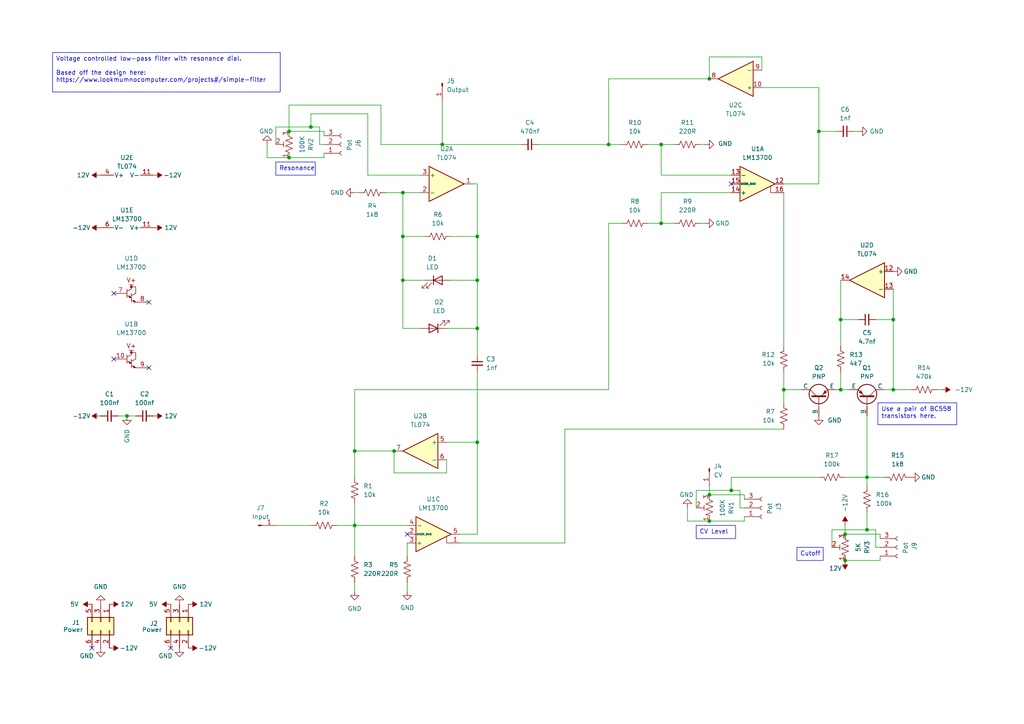
<source format=kicad_sch>
(kicad_sch (version 20250114) (generator "eeschema") (generator_version "9.0")
  (paper "A4")
  (lib_symbols
    (symbol "Amplifier_Operational:LM13700" (pin_names (offset 0.127))
      (property "Reference" "U" (at 3.81 5.08 0))
      (property "Value" "LM13700" (at 5.08 -5.08 0))
      (symbol "LM13700_1_1"
        (polyline (pts (xy 3.81 -0.635) (xy 3.81 -2.54) (xy 5.08 -2.54)))
        (polyline (pts (xy 5.08 0) (xy -5.08 -5.08) (xy -5.08 5.08) (xy 5.08 0)) (stroke (width 0.254)) (fill (type background)))
        (pin input line (at -7.62 2.54 0) (length 2.54) (name "-") (number "13"))
        (pin input line (at -7.62 0 0) (length 2.54) (name "DIODE_BIAS") (number "15"))
        (pin input line (at -7.62 -2.54 0) (length 2.54) (name "+") (number "14"))
        (pin output line (at 7.62 0 180) (length 2.54) (name "~") (number "12"))
        (pin input line (at 7.62 -2.54 180) (length 2.54) (name "~") (number "16"))
      )
      (symbol "LM13700_2_0"
        (polyline (pts (xy -1.905 2.54) (xy -3.175 2.54)))
      )
      (symbol "LM13700_2_1"
        (polyline (pts (xy -3.81 1.27) (xy -3.81 -1.27)))
        (polyline (pts (xy -3.81 0.635) (xy -2.54 1.27) (xy -2.54 1.905) (xy -2.54 2.54)))
        (polyline (pts (xy -3.81 -0.635) (xy -2.54 -1.27)))
        (circle (center -2.54 1.905) (radius 0.254) (stroke (width 0.254)) (fill (type outline)))
        (polyline (pts (xy -2.54 0) (xy -2.54 -2.54)))
        (polyline (pts (xy -2.54 -0.635) (xy -1.27 0) (xy -1.27 1.905) (xy -2.54 1.905)))
        (polyline (pts (xy -2.54 -1.27) (xy -3.175 -0.635) (xy -3.175 -1.27) (xy -2.54 -1.27)) (fill (type outline)))
        (polyline (pts (xy -2.54 -1.905) (xy -1.27 -2.54)))
        (polyline (pts (xy -1.27 -2.54) (xy -1.905 -1.905) (xy -1.905 -2.54) (xy -1.27 -2.54)) (fill (type outline)))
        (text "V+" (at -2.54 3.81 0) (effects (font (size 1.27 1.27))))
        (pin input line (at -7.62 0 0) (length 3.81) (name "~") (number "10"))
        (pin output line (at 2.54 -2.54 180) (length 3.81) (name "~") (number "9"))
      )
      (symbol "LM13700_3_1"
        (polyline (pts (xy 3.81 -0.635) (xy 3.81 -2.54) (xy 5.08 -2.54)))
        (polyline (pts (xy 5.08 0) (xy -5.08 -5.08) (xy -5.08 5.08) (xy 5.08 0)) (stroke (width 0.254)) (fill (type background)))
        (pin input line (at -7.62 2.54 0) (length 2.54) (name "-") (number "4"))
        (pin input line (at -7.62 0 0) (length 2.54) (name "DIODE_BIAS") (number "2"))
        (pin input line (at -7.62 -2.54 0) (length 2.54) (name "+") (number "3"))
        (pin output line (at 7.62 0 180) (length 2.54) (name "~") (number "5"))
        (pin input line (at 7.62 -2.54 180) (length 2.54) (name "~") (number "1"))
      )
      (symbol "LM13700_4_0"
        (polyline (pts (xy -3.175 2.54) (xy -1.905 2.54)))
        (text "V+" (at -2.54 3.81 0) (effects (font (size 1.27 1.27))))
      )
      (symbol "LM13700_4_1"
        (polyline (pts (xy -3.81 1.27) (xy -3.81 -1.27)))
        (polyline (pts (xy -3.81 0.635) (xy -2.54 1.27) (xy -2.54 2.54)))
        (polyline (pts (xy -3.81 -0.635) (xy -2.54 -1.27)))
        (circle (center -2.54 1.905) (radius 0.254) (stroke (width 0.254)) (fill (type outline)))
        (polyline (pts (xy -2.54 0) (xy -2.54 -2.54)))
        (polyline (pts (xy -2.54 -0.635) (xy -1.27 0) (xy -1.27 1.905) (xy -2.54 1.905)))
        (polyline (pts (xy -2.54 -1.27) (xy -3.175 -0.635) (xy -3.175 -1.27) (xy -2.54 -1.27)) (fill (type outline)))
        (polyline (pts (xy -2.54 -1.905) (xy -1.27 -2.54)))
        (polyline (pts (xy -1.27 -2.54) (xy -1.905 -1.905) (xy -1.905 -2.54) (xy -1.27 -2.54)) (fill (type outline)))
        (pin input line (at -7.62 0 0) (length 3.81) (name "~") (number "7"))
        (pin output line (at 2.54 -2.54 180) (length 3.81) (name "~") (number "8"))
      )
      (symbol "LM13700_5_1"
        (pin power_in line (at -2.54 7.62 270) (length 3.81) (name "V+") (number "11"))
        (pin power_in line (at -2.54 -7.62 90) (length 3.81) (name "V-") (number "6"))
      )
    )
    (symbol "Amplifier_Operational:TL074" (pin_names (offset 0.127))
      (property "Reference" "U" (at 0 5.08 0))
      (property "Value" "TL074" (at 0 -5.08 0))
      (symbol "TL074_1_1"
        (polyline (pts (xy -5.08 5.08) (xy 5.08 0) (xy -5.08 -5.08) (xy -5.08 5.08)) (stroke (width 0.254)) (fill (type background)))
        (pin input line (at -7.62 2.54 0) (length 2.54) (name "+") (number "3"))
        (pin input line (at -7.62 -2.54 0) (length 2.54) (name "-") (number "2"))
        (pin output line (at 7.62 0 180) (length 2.54) (name "~") (number "1"))
      )
      (symbol "TL074_2_1"
        (polyline (pts (xy -5.08 5.08) (xy 5.08 0) (xy -5.08 -5.08) (xy -5.08 5.08)) (stroke (width 0.254)) (fill (type background)))
        (pin input line (at -7.62 2.54 0) (length 2.54) (name "+") (number "5"))
        (pin input line (at -7.62 -2.54 0) (length 2.54) (name "-") (number "6"))
        (pin output line (at 7.62 0 180) (length 2.54) (name "~") (number "7"))
      )
      (symbol "TL074_3_1"
        (polyline (pts (xy -5.08 5.08) (xy 5.08 0) (xy -5.08 -5.08) (xy -5.08 5.08)) (stroke (width 0.254)) (fill (type background)))
        (pin input line (at -7.62 2.54 0) (length 2.54) (name "+") (number "10"))
        (pin input line (at -7.62 -2.54 0) (length 2.54) (name "-") (number "9"))
        (pin output line (at 7.62 0 180) (length 2.54) (name "~") (number "8"))
      )
      (symbol "TL074_4_1"
        (polyline (pts (xy -5.08 5.08) (xy 5.08 0) (xy -5.08 -5.08) (xy -5.08 5.08)) (stroke (width 0.254)) (fill (type background)))
        (pin input line (at -7.62 2.54 0) (length 2.54) (name "+") (number "12"))
        (pin input line (at -7.62 -2.54 0) (length 2.54) (name "-") (number "13"))
        (pin output line (at 7.62 0 180) (length 2.54) (name "~") (number "14"))
      )
      (symbol "TL074_5_1"
        (pin power_in line (at -2.54 7.62 270) (length 3.81) (name "V+") (number "4"))
        (pin power_in line (at -2.54 -7.62 90) (length 3.81) (name "V-") (number "11"))
      )
    )
    (symbol "Connector:Conn_01x01_Pin" (pin_names (offset 1.016) (hide yes))
      (property "Reference" "J" (at 0 2.54 0))
      (property "Value" "Conn_01x01_Pin" (at 0 -2.54 0))
      (symbol "Conn_01x01_Pin_1_1"
        (rectangle (start 0.8636 0.127) (end 0 -0.127) (stroke (width 0.1524)) (fill (type outline)))
        (polyline (pts (xy 1.27 0) (xy 0.8636 0)) (stroke (width 0.1524)))
        (pin passive line (at 5.08 0 180) (length 3.81) (name "Pin_1") (number "1"))
      )
    )
    (symbol "Connector:Conn_01x03_Socket" (pin_names (offset 1.016) (hide yes))
      (property "Reference" "J" (at 0 5.08 0))
      (property "Value" "Conn_01x03_Socket" (at 0 -5.08 0))
      (symbol "Conn_01x03_Socket_1_1"
        (polyline (pts (xy -1.27 2.54) (xy -0.508 2.54)) (stroke (width 0.1524)))
        (polyline (pts (xy -1.27 0) (xy -0.508 0)) (stroke (width 0.1524)))
        (polyline (pts (xy -1.27 -2.54) (xy -0.508 -2.54)) (stroke (width 0.1524)))
        (arc (start 0 2.032) (mid -0.5058 2.54) (end 0 3.048) (stroke (width 0.1524)))
        (arc (start 0 -0.508) (mid -0.5058 0) (end 0 0.508) (stroke (width 0.1524)))
        (arc (start 0 -3.048) (mid -0.5058 -2.54) (end 0 -2.032) (stroke (width 0.1524)))
        (pin passive line (at -5.08 2.54 0) (length 3.81) (name "Pin_1") (number "1"))
        (pin passive line (at -5.08 0 0) (length 3.81) (name "Pin_2") (number "2"))
        (pin passive line (at -5.08 -2.54 0) (length 3.81) (name "Pin_3") (number "3"))
      )
    )
    (symbol "Connector_Generic:Conn_02x03_Odd_Even" (pin_names (offset 1.016) (hide yes))
      (property "Reference" "J" (at 1.27 5.08 0))
      (property "Value" "Conn_02x03_Odd_Even" (at 1.27 -5.08 0))
      (symbol "Conn_02x03_Odd_Even_1_1"
        (rectangle (start -1.27 3.81) (end 3.81 -3.81) (stroke (width 0.254)) (fill (type background)))
        (rectangle (start -1.27 2.667) (end 0 2.413) (stroke (width 0.1524)))
        (rectangle (start -1.27 0.127) (end 0 -0.127) (stroke (width 0.1524)))
        (rectangle (start -1.27 -2.413) (end 0 -2.667) (stroke (width 0.1524)))
        (rectangle (start 3.81 2.667) (end 2.54 2.413) (stroke (width 0.1524)))
        (rectangle (start 3.81 0.127) (end 2.54 -0.127) (stroke (width 0.1524)))
        (rectangle (start 3.81 -2.413) (end 2.54 -2.667) (stroke (width 0.1524)))
        (pin passive line (at -5.08 2.54 0) (length 3.81) (name "Pin_1") (number "1"))
        (pin passive line (at -5.08 0 0) (length 3.81) (name "Pin_3") (number "3"))
        (pin passive line (at -5.08 -2.54 0) (length 3.81) (name "Pin_5") (number "5"))
        (pin passive line (at 7.62 2.54 180) (length 3.81) (name "Pin_2") (number "2"))
        (pin passive line (at 7.62 0 180) (length 3.81) (name "Pin_4") (number "4"))
        (pin passive line (at 7.62 -2.54 180) (length 3.81) (name "Pin_6") (number "6"))
      )
    )
    (symbol "Device:C_Small" (pin_numbers (hide yes)) (pin_names (offset 0.254) (hide yes))
      (property "Reference" "C" (at 0.254 1.778 0))
      (property "Value" "C_Small" (at 0.254 -2.032 0))
      (symbol "C_Small_0_1"
        (polyline (pts (xy -1.524 0.508) (xy 1.524 0.508)) (stroke (width 0.3048)))
        (polyline (pts (xy -1.524 -0.508) (xy 1.524 -0.508)) (stroke (width 0.3302)))
      )
      (symbol "C_Small_1_1"
        (pin passive line (at 0 2.54 270) (length 2.032) (name "~") (number "1"))
        (pin passive line (at 0 -2.54 90) (length 2.032) (name "~") (number "2"))
      )
    )
    (symbol "Device:LED" (pin_numbers (hide yes)) (pin_names (offset 1.016) (hide yes))
      (property "Reference" "D" (at 0 2.54 0))
      (property "Value" "LED" (at 0 -2.54 0))
      (symbol "LED_0_1"
        (polyline (pts (xy -3.048 -0.762) (xy -4.572 -2.286) (xy -3.81 -2.286) (xy -4.572 -2.286) (xy -4.572 -1.524)))
        (polyline (pts (xy -1.778 -0.762) (xy -3.302 -2.286) (xy -2.54 -2.286) (xy -3.302 -2.286) (xy -3.302 -1.524)))
        (polyline (pts (xy -1.27 0) (xy 1.27 0)))
        (polyline (pts (xy -1.27 -1.27) (xy -1.27 1.27)) (stroke (width 0.254)))
        (polyline (pts (xy 1.27 -1.27) (xy 1.27 1.27) (xy -1.27 0) (xy 1.27 -1.27)) (stroke (width 0.254)))
      )
      (symbol "LED_1_1"
        (pin passive line (at -3.81 0 0) (length 2.54) (name "K") (number "1"))
        (pin passive line (at 3.81 0 180) (length 2.54) (name "A") (number "2"))
      )
    )
    (symbol "Device:R_Potentiometer_Trim_US" (pin_names (offset 1.016) (hide yes))
      (property "Reference" "RV" (at -4.445 0 90))
      (property "Value" "R_Potentiometer_Trim_US" (at -2.54 0 90))
      (symbol "R_Potentiometer_Trim_US_0_1"
        (polyline (pts (xy 0 2.286) (xy 0 2.54)))
        (polyline (pts (xy 0 2.286) (xy 1.016 1.905) (xy 0 1.524) (xy -1.016 1.143) (xy 0 0.762)))
        (polyline (pts (xy 0 0.762) (xy 1.016 0.381) (xy 0 0) (xy -1.016 -0.381) (xy 0 -0.762)))
        (polyline (pts (xy 0 -0.762) (xy 1.016 -1.143) (xy 0 -1.524) (xy -1.016 -1.905) (xy 0 -2.286)))
        (polyline (pts (xy 0 -2.286) (xy 0 -2.54)))
        (polyline (pts (xy 1.524 0.762) (xy 1.524 -0.762)))
        (polyline (pts (xy 2.54 0) (xy 1.524 0)))
      )
      (symbol "R_Potentiometer_Trim_US_1_1"
        (pin passive line (at 0 3.81 270) (length 1.27) (name "1") (number "1"))
        (pin passive line (at 0 -3.81 90) (length 1.27) (name "3") (number "3"))
        (pin passive line (at 3.81 0 180) (length 1.27) (name "2") (number "2"))
      )
    )
    (symbol "Device:R_US" (pin_numbers (hide yes)) (pin_names (offset 0))
      (property "Reference" "R" (at 2.54 0 90))
      (property "Value" "R_US" (at -2.54 0 90))
      (symbol "R_US_0_1"
        (polyline (pts (xy 0 2.286) (xy 0 2.54)))
        (polyline (pts (xy 0 2.286) (xy 1.016 1.905) (xy 0 1.524) (xy -1.016 1.143) (xy 0 0.762)))
        (polyline (pts (xy 0 0.762) (xy 1.016 0.381) (xy 0 0) (xy -1.016 -0.381) (xy 0 -0.762)))
        (polyline (pts (xy 0 -0.762) (xy 1.016 -1.143) (xy 0 -1.524) (xy -1.016 -1.905) (xy 0 -2.286)))
        (polyline (pts (xy 0 -2.286) (xy 0 -2.54)))
      )
      (symbol "R_US_1_1"
        (pin passive line (at 0 3.81 270) (length 1.27) (name "~") (number "1"))
        (pin passive line (at 0 -3.81 90) (length 1.27) (name "~") (number "2"))
      )
    )
    (symbol "Simulation_SPICE:PNP" (pin_numbers (hide yes)) (pin_names (offset 0))
      (property "Reference" "Q" (at -2.54 7.62 0))
      (property "Value" "PNP" (at -2.54 5.08 0))
      (symbol "PNP_0_1"
        (polyline (pts (xy -2.54 0) (xy 0.635 0)) (stroke (width 0.1524)))
        (polyline (pts (xy 0.635 1.905) (xy 0.635 -1.905) (xy 0.635 -1.905)) (stroke (width 0.508)))
        (polyline (pts (xy 0.635 0.635) (xy 2.54 2.54)))
        (polyline (pts (xy 0.635 -0.635) (xy 2.54 -2.54) (xy 2.54 -2.54)))
        (circle (center 1.27 0) (radius 2.8194) (stroke (width 0.254)))
        (polyline (pts (xy 2.286 -1.778) (xy 1.778 -2.286) (xy 1.27 -1.27) (xy 2.286 -1.778) (xy 2.286 -1.778)) (fill (type outline)))
      )
      (symbol "PNP_1_1"
        (pin input line (at -5.08 0 0) (length 2.54) (name "B") (number "2"))
        (pin open_collector line (at 2.54 5.08 270) (length 2.54) (name "C") (number "1"))
        (pin open_emitter line (at 2.54 -5.08 90) (length 2.54) (name "E") (number "3"))
      )
    )
    (symbol "power:-12V" (power) (pin_names (offset 0))
      (property "Value" "-12V" (at 0 3.81 0))
      (symbol "-12V_0_0"
        (pin power_in line (at 0 0 90) (length 0) (hide yes) (name "-12V") (number "1"))
      )
      (symbol "-12V_0_1"
        (polyline (pts (xy 0 0) (xy 0 1.27) (xy 0.762 1.27) (xy 0 2.54) (xy -0.762 1.27) (xy 0 1.27)) (fill (type outline)))
      )
    )
    (symbol "power:GND" (power) (pin_names (offset 0))
      (property "Value" "GND" (at 0 -3.81 0))
      (symbol "GND_0_1"
        (polyline (pts (xy 0 0) (xy 0 -1.27) (xy 1.27 -1.27) (xy 0 -2.54) (xy -1.27 -1.27) (xy 0 -1.27)))
      )
      (symbol "GND_1_1"
        (pin power_in line (at 0 0 270) (length 0) (hide yes) (name "GND") (number "1"))
      )
    )
  )
  (text_box "Resonance" (at 80.01 46.99 0) (size 11.43 3.81) (margins 0.9525 0.9525 0.9525 0.9525) (effects (font (size 1.27 1.27)) (justify left top)))
  (text_box "CV Level" (at 201.93 152.4 0) (size 11.43 3.81) (margins 0.9525 0.9525 0.9525 0.9525) (effects (font (size 1.27 1.27)) (justify left top)))
  (text_box "Use a pair of BC558 transistors here." (at 254.635 116.84 0) (size 22.86 6.35) (margins 0.9525 0.9525 0.9525 0.9525) (effects (font (size 1.27 1.27)) (justify left top)))
  (text_box "Cutoff" (at 231.14 158.75 0) (size 7.62 3.81) (margins 0.9525 0.9525 0.9525 0.9525) (effects (font (size 1.27 1.27)) (justify left top)))
  (text_box "Voltage controlled low-pass filter with resonance dial.\n\nBased off the design here: https://www.lookmumnocomputer.com/projects#/simple-filter" (at 15.24 15.24 0) (size 66.04 11.43) (margins 0.9525 0.9525 0.9525 0.9525) (effects (font (size 1.27 1.27)) (justify left top)))
  (junction (at 116.84 68.58))
  (junction (at 205.74 143.51))
  (junction (at 138.43 81.28))
  (junction (at 128.27 41.91))
  (junction (at 176.53 41.91))
  (junction (at 259.08 92.71))
  (junction (at 191.77 64.77))
  (junction (at 259.08 113.03))
  (junction (at 237.49 38.1))
  (junction (at 90.17 36.83))
  (junction (at 138.43 68.58))
  (junction (at 227.33 113.03))
  (junction (at 245.11 162.56))
  (junction (at 212.09 142.24))
  (junction (at 138.43 128.27))
  (junction (at 102.87 130.81))
  (junction (at 83.82 38.1))
  (junction (at 191.77 41.91))
  (junction (at 243.84 92.71))
  (junction (at 116.84 81.28))
  (junction (at 102.87 152.4))
  (junction (at 138.43 95.25))
  (junction (at 205.74 22.86))
  (junction (at 36.83 120.65))
  (junction (at 243.84 113.03))
  (junction (at 83.82 45.72))
  (junction (at 251.46 153.67))
  (junction (at 114.3 130.81))
  (junction (at 251.46 138.43))
  (junction (at 116.84 55.88))
  (junction (at 245.11 154.94))
  (junction (at 205.74 151.13))
  (no_connect (at 212.09 53.34))
  (no_connect (at 33.02 104.14))
  (no_connect (at 33.02 85.09))
  (no_connect (at 49.53 187.96))
  (no_connect (at 118.11 154.94))
  (no_connect (at 43.18 106.68))
  (no_connect (at 26.67 187.96))
  (no_connect (at 43.18 87.63))
  (wire (pts (xy 102.87 113.03) (xy 176.53 113.03)))
  (wire (pts (xy 246.38 113.03) (xy 243.84 113.03)))
  (wire (pts (xy 251.46 138.43) (xy 256.54 138.43)))
  (wire (pts (xy 137.16 53.34) (xy 138.43 53.34)))
  (wire (pts (xy 93.98 45.72) (xy 93.98 44.45)))
  (wire (pts (xy 191.77 55.88) (xy 191.77 64.77)))
  (wire (pts (xy 241.3 153.67) (xy 251.46 153.67)))
  (wire (pts (xy 254 92.71) (xy 259.08 92.71)))
  (wire (pts (xy 106.68 50.8) (xy 121.92 50.8)))
  (wire (pts (xy 116.84 68.58) (xy 123.19 68.58)))
  (wire (pts (xy 176.53 64.77) (xy 176.53 113.03)))
  (wire (pts (xy 83.82 30.48) (xy 83.82 38.1)))
  (wire (pts (xy 255.27 154.94) (xy 255.27 156.21)))
  (wire (pts (xy 212.09 138.43) (xy 212.09 142.24)))
  (wire (pts (xy 191.77 50.8) (xy 212.09 50.8)))
  (wire (pts (xy 176.53 41.91) (xy 180.34 41.91)))
  (wire (pts (xy 215.9 151.13) (xy 215.9 149.86)))
  (wire (pts (xy 92.71 41.91) (xy 93.98 41.91)))
  (wire (pts (xy 130.81 68.58) (xy 138.43 68.58)))
  (wire (pts (xy 255.27 162.56) (xy 255.27 161.29)))
  (wire (pts (xy 264.16 113.03) (xy 259.08 113.03)))
  (wire (pts (xy 83.82 38.1) (xy 93.98 38.1)))
  (wire (pts (xy 214.63 147.32) (xy 215.9 147.32)))
  (wire (pts (xy 163.83 124.46) (xy 227.33 124.46)))
  (wire (pts (xy 227.33 113.03) (xy 227.33 116.84)))
  (wire (pts (xy 271.78 113.03) (xy 273.05 113.03)))
  (wire (pts (xy 259.08 92.71) (xy 259.08 113.03)))
  (wire (pts (xy 110.49 41.91) (xy 110.49 30.48)))
  (wire (pts (xy 138.43 107.95) (xy 138.43 128.27)))
  (wire (pts (xy 212.09 138.43) (xy 237.49 138.43)))
  (wire (pts (xy 102.87 130.81) (xy 114.3 130.81)))
  (wire (pts (xy 176.53 64.77) (xy 180.34 64.77)))
  (wire (pts (xy 227.33 107.95) (xy 227.33 113.03)))
  (wire (pts (xy 191.77 41.91) (xy 191.77 50.8)))
  (wire (pts (xy 176.53 41.91) (xy 156.21 41.91)))
  (wire (pts (xy 116.84 95.25) (xy 121.92 95.25)))
  (wire (pts (xy 241.3 158.75) (xy 241.3 153.67)))
  (wire (pts (xy 116.84 68.58) (xy 116.84 81.28)))
  (wire (pts (xy 243.84 113.03) (xy 242.57 113.03)))
  (wire (pts (xy 227.33 53.34) (xy 237.49 53.34)))
  (wire (pts (xy 245.11 138.43) (xy 251.46 138.43)))
  (wire (pts (xy 220.98 16.51) (xy 205.74 16.51)))
  (wire (pts (xy 203.2 64.77) (xy 204.47 64.77)))
  (wire (pts (xy 116.84 81.28) (xy 116.84 95.25)))
  (wire (pts (xy 187.96 64.77) (xy 191.77 64.77)))
  (wire (pts (xy 191.77 64.77) (xy 195.58 64.77)))
  (wire (pts (xy 83.82 45.72) (xy 93.98 45.72)))
  (wire (pts (xy 220.98 25.4) (xy 237.49 25.4)))
  (wire (pts (xy 254 153.67) (xy 254 158.75)))
  (wire (pts (xy 205.74 151.13) (xy 215.9 151.13)))
  (wire (pts (xy 118.11 171.45) (xy 118.11 168.91)))
  (wire (pts (xy 187.96 41.91) (xy 191.77 41.91)))
  (wire (pts (xy 245.11 162.56) (xy 255.27 162.56)))
  (wire (pts (xy 176.53 22.86) (xy 176.53 41.91)))
  (wire (pts (xy 104.14 55.88) (xy 102.87 55.88)))
  (wire (pts (xy 138.43 68.58) (xy 138.43 81.28)))
  (wire (pts (xy 102.87 146.05) (xy 102.87 152.4)))
  (wire (pts (xy 243.84 81.28) (xy 243.84 92.71)))
  (wire (pts (xy 102.87 171.45) (xy 102.87 168.91)))
  (wire (pts (xy 116.84 81.28) (xy 123.19 81.28)))
  (wire (pts (xy 237.49 38.1) (xy 237.49 53.34)))
  (wire (pts (xy 128.27 41.91) (xy 151.13 41.91)))
  (wire (pts (xy 121.92 55.88) (xy 116.84 55.88)))
  (wire (pts (xy 106.68 33.02) (xy 90.17 33.02)))
  (wire (pts (xy 111.76 55.88) (xy 116.84 55.88)))
  (wire (pts (xy 90.17 33.02) (xy 90.17 36.83)))
  (wire (pts (xy 259.08 83.82) (xy 259.08 92.71)))
  (wire (pts (xy 39.37 120.65) (xy 36.83 120.65)))
  (wire (pts (xy 176.53 22.86) (xy 205.74 22.86)))
  (wire (pts (xy 214.63 142.24) (xy 214.63 147.32)))
  (wire (pts (xy 138.43 81.28) (xy 138.43 95.25)))
  (wire (pts (xy 245.11 154.94) (xy 255.27 154.94)))
  (wire (pts (xy 212.09 142.24) (xy 214.63 142.24)))
  (wire (pts (xy 199.39 147.32) (xy 199.39 151.13)))
  (wire (pts (xy 102.87 152.4) (xy 102.87 161.29)))
  (wire (pts (xy 243.84 92.71) (xy 248.92 92.71)))
  (wire (pts (xy 77.47 45.72) (xy 83.82 45.72)))
  (wire (pts (xy 129.54 133.35) (xy 129.54 137.16)))
  (wire (pts (xy 205.74 16.51) (xy 205.74 22.86)))
  (wire (pts (xy 80.01 41.91) (xy 80.01 36.83)))
  (wire (pts (xy 133.35 157.48) (xy 163.83 157.48)))
  (wire (pts (xy 201.93 147.32) (xy 201.93 142.24)))
  (wire (pts (xy 102.87 138.43) (xy 102.87 130.81)))
  (wire (pts (xy 138.43 95.25) (xy 138.43 102.87)))
  (wire (pts (xy 251.46 153.67) (xy 254 153.67)))
  (wire (pts (xy 110.49 41.91) (xy 128.27 41.91)))
  (wire (pts (xy 199.39 151.13) (xy 205.74 151.13)))
  (wire (pts (xy 77.47 41.91) (xy 77.47 45.72)))
  (wire (pts (xy 243.84 107.95) (xy 243.84 113.03)))
  (wire (pts (xy 129.54 128.27) (xy 138.43 128.27)))
  (wire (pts (xy 205.74 143.51) (xy 215.9 143.51)))
  (wire (pts (xy 191.77 41.91) (xy 195.58 41.91)))
  (wire (pts (xy 36.83 120.65) (xy 34.29 120.65)))
  (wire (pts (xy 203.2 41.91) (xy 204.47 41.91)))
  (wire (pts (xy 102.87 152.4) (xy 118.11 152.4)))
  (wire (pts (xy 254 158.75) (xy 255.27 158.75)))
  (wire (pts (xy 220.98 20.32) (xy 220.98 16.51)))
  (wire (pts (xy 251.46 120.65) (xy 251.46 138.43)))
  (wire (pts (xy 205.74 140.97) (xy 205.74 143.51)))
  (wire (pts (xy 212.09 55.88) (xy 191.77 55.88)))
  (wire (pts (xy 251.46 148.59) (xy 251.46 153.67)))
  (wire (pts (xy 129.54 95.25) (xy 138.43 95.25)))
  (wire (pts (xy 133.35 154.94) (xy 138.43 154.94)))
  (wire (pts (xy 90.17 36.83) (xy 92.71 36.83)))
  (wire (pts (xy 118.11 161.29) (xy 118.11 157.48)))
  (wire (pts (xy 243.84 92.71) (xy 243.84 100.33)))
  (wire (pts (xy 247.65 38.1) (xy 248.92 38.1)))
  (wire (pts (xy 92.71 36.83) (xy 92.71 41.91)))
  (wire (pts (xy 163.83 157.48) (xy 163.83 124.46)))
  (wire (pts (xy 201.93 142.24) (xy 212.09 142.24)))
  (wire (pts (xy 114.3 137.16) (xy 114.3 130.81)))
  (wire (pts (xy 128.27 41.91) (xy 128.27 29.21)))
  (wire (pts (xy 237.49 38.1) (xy 242.57 38.1)))
  (wire (pts (xy 251.46 140.97) (xy 251.46 138.43)))
  (wire (pts (xy 106.68 50.8) (xy 106.68 33.02)))
  (wire (pts (xy 130.81 81.28) (xy 138.43 81.28)))
  (wire (pts (xy 138.43 53.34) (xy 138.43 68.58)))
  (wire (pts (xy 237.49 25.4) (xy 237.49 38.1)))
  (wire (pts (xy 110.49 30.48) (xy 83.82 30.48)))
  (wire (pts (xy 97.79 152.4) (xy 102.87 152.4)))
  (wire (pts (xy 129.54 137.16) (xy 114.3 137.16)))
  (wire (pts (xy 93.98 38.1) (xy 93.98 39.37)))
  (wire (pts (xy 80.01 36.83) (xy 90.17 36.83)))
  (wire (pts (xy 138.43 128.27) (xy 138.43 154.94)))
  (wire (pts (xy 116.84 55.88) (xy 116.84 68.58)))
  (wire (pts (xy 102.87 113.03) (xy 102.87 130.81)))
  (wire (pts (xy 215.9 143.51) (xy 215.9 144.78)))
  (wire (pts (xy 80.01 152.4) (xy 90.17 152.4)))
  (wire (pts (xy 227.33 55.88) (xy 227.33 100.33)))
  (wire (pts (xy 227.33 113.03) (xy 232.41 113.03)))
  (wire (pts (xy 245.11 152.4) (xy 245.11 154.94)))
  (wire (pts (xy 259.08 113.03) (xy 256.54 113.03)))
  (symbol (lib_id "Connector:Conn_01x03_Socket") (at 220.98 147.32 0) (mirror x) (unit 1)
    (property "Reference" "J3" (at 225.806 145.796 90) (effects (justify left)))
    (property "Value" "Pot" (at 223.266 145.796 90) (effects (justify left)))
    (property "Footprint" "modular2:pot" (effects (hide yes)))
    (property "Description" "Generic connector, single row, 01x03, script generated" (effects (hide yes)))
  )
  (symbol (lib_id "Connector_Generic:Conn_02x03_Odd_Even") (at 29.21 180.34 270) (unit 1)
    (property "Reference" "J1" (at 20.828 180.594 90) (effects (justify left)))
    (property "Value" "Power" (at 18.288 182.626 90) (effects (justify left)))
    (property "Footprint" "Connector_IDC:IDC-Header_2x03_P2.54mm_Vertical" (effects (hide yes)))
    (property "Description" "Generic connector, double row, 02x03, odd/even pin numbering scheme (row 1 odd numbers, row 2 even numbers), script generated (kicad-library-utils/schlib/autogen/connector/)" (effects (hide yes)))
  )
  (symbol (lib_id "Device:R_US") (at 118.11 165.1 0) (mirror x) (unit 1)
    (property "Reference" "R5" (at 115.57 163.8299 0) (effects (justify right)))
    (property "Value" "220R" (at 115.57 166.3699 0) (effects (justify right)))
    (property "Footprint" "Resistor_THT:R_Axial_DIN0207_L6.3mm_D2.5mm_P10.16mm_Horizontal" (effects (hide yes)))
  )
  (symbol (lib_id "Device:R_Potentiometer_Trim_US") (at 205.74 147.32 180) (unit 1)
    (property "Reference" "RV1" (at 212.09 147.32 90))
    (property "Value" "100K" (at 209.55 147.32 90))
    (property "Footprint" "modular2:pot-socket" (effects (hide yes)))
    (property "Description" "Trim-potentiometer, US symbol" (effects (hide yes)))
  )
  (symbol (lib_id "power:GND") (at 52.07 175.26 0) (mirror x) (unit 1)
    (property "Reference" "#PWR0104" (effects (hide yes)))
    (property "Value" "GND" (at 52.07 170.18 0))
    (property "Description" "Power symbol creates a global label with name \"GND\" , ground" (effects (hide yes)))
  )
  (symbol (lib_id "power:GND") (at 102.87 55.88 270) (unit 1)
    (property "Reference" "#PWR011" (effects (hide yes)))
    (property "Value" "GND" (at 97.79 55.88 90))
  )
  (symbol (lib_id "Simulation_SPICE:PNP") (at 237.49 115.57 90) (unit 1)
    (property "Reference" "Q2" (at 237.49 106.68 90))
    (property "Value" "PNP" (at 237.49 109.22 90))
    (property "Footprint" "Package_TO_SOT_THT:TO-92" (effects (hide yes)))
    (property "Sim.Device" "PNP" (effects (hide yes)))
    (property "Sim.Type" "GUMMELPOON" (effects (hide yes)))
    (property "Sim.Pins" "1=C 2=B 3=E" (effects (hide yes)))
  )
  (symbol (lib_id "power:-12V") (at 29.21 120.65 90) (unit 1)
    (property "Reference" "#PWR01" (effects (hide yes)))
    (property "Value" "-12V" (at 23.622 120.65 90))
    (property "Description" "Power symbol creates a global label with name \"-12V\"" (effects (hide yes)))
  )
  (symbol (lib_id "Device:R_US") (at 102.87 165.1 0) (unit 1)
    (property "Reference" "R3" (at 105.41 163.8299 0) (effects (justify left)))
    (property "Value" "220R" (at 105.41 166.3699 0) (effects (justify left)))
    (property "Footprint" "Resistor_THT:R_Axial_DIN0207_L6.3mm_D2.5mm_P10.16mm_Horizontal" (effects (hide yes)))
  )
  (symbol (lib_id "Device:R_US") (at 127 68.58 270) (unit 1)
    (property "Reference" "R6" (at 127 62.23 90))
    (property "Value" "10k" (at 127 64.77 90))
    (property "Footprint" "Resistor_THT:R_Axial_DIN0207_L6.3mm_D2.5mm_P10.16mm_Horizontal" (effects (hide yes)))
  )
  (symbol (lib_id "Device:C_Small") (at 31.75 120.65 90) (unit 1)
    (property "Reference" "C1" (at 31.7563 114.3 90))
    (property "Value" "100nf" (at 31.7563 116.84 90))
    (property "Footprint" "Capacitor_THT:C_Disc_D4.3mm_W1.9mm_P5.00mm" (effects (hide yes)))
  )
  (symbol (lib_id "power:GND") (at 248.92 38.1 90) (unit 1)
    (property "Reference" "#PWR017" (effects (hide yes)))
    (property "Value" "GND" (at 254.254 38.1 90))
  )
  (symbol (lib_id "Amplifier_Operational:LM13700") (at 36.83 68.58 270) (unit 5)
    (property "Reference" "U1" (at 36.83 60.96 90))
    (property "Value" "LM13700" (at 36.83 63.5 90))
    (property "Footprint" "Package_DIP:DIP-16_W7.62mm_Socket" (effects (hide yes)))
    (property "Datasheet" "http://www.ti.com/lit/ds/symlink/lm13700.pdf" (effects (hide yes)))
  )
  (symbol (lib_id "power:GND") (at 199.39 147.32 180) (unit 1)
    (property "Reference" "#PWR08" (effects (hide yes)))
    (property "Value" "GND" (at 199.136 143.51 0))
    (property "Description" "Power symbol creates a global label with name \"GND\" , ground" (effects (hide yes)))
  )
  (symbol (lib_id "Device:R_US") (at 102.87 142.24 0) (unit 1)
    (property "Reference" "R1" (at 105.41 140.9699 0) (effects (justify left)))
    (property "Value" "10k" (at 105.41 143.5099 0) (effects (justify left)))
    (property "Footprint" "Resistor_THT:R_Axial_DIN0207_L6.3mm_D2.5mm_P10.16mm_Horizontal" (effects (hide yes)))
  )
  (symbol (lib_id "power:GND") (at 264.16 138.43 90) (mirror x) (unit 1)
    (property "Reference" "#PWR020" (effects (hide yes)))
    (property "Value" "GND" (at 269.24 138.43 90))
  )
  (symbol (lib_id "Device:R_US") (at 227.33 104.14 0) (mirror x) (unit 1)
    (property "Reference" "R12" (at 224.79 102.8699 0) (effects (justify right)))
    (property "Value" "10k" (at 224.79 105.4099 0) (effects (justify right)))
    (property "Footprint" "Resistor_THT:R_Axial_DIN0207_L6.3mm_D2.5mm_P10.16mm_Horizontal" (effects (hide yes)))
  )
  (symbol (lib_id "Amplifier_Operational:LM13700") (at 219.71 53.34 0) (unit 1)
    (property "Reference" "U1" (at 219.71 43.18 0))
    (property "Value" "LM13700" (at 219.71 45.72 0))
    (property "Footprint" "Package_DIP:DIP-16_W7.62mm_Socket" (effects (hide yes)))
    (property "Datasheet" "http://www.ti.com/lit/ds/symlink/lm13700.pdf" (effects (hide yes)))
  )
  (symbol (lib_id "power:-12V") (at 54.61 187.96 270) (unit 1)
    (property "Reference" "#PWR031" (effects (hide yes)))
    (property "Value" "-12V" (at 60.198 187.96 90))
    (property "Description" "Power symbol creates a global label with name \"-12V\"" (effects (hide yes)))
  )
  (symbol (lib_id "Device:R_US") (at 199.39 64.77 90) (unit 1)
    (property "Reference" "R9" (at 199.39 58.42 90))
    (property "Value" "220R" (at 199.39 60.96 90))
    (property "Footprint" "Resistor_THT:R_Axial_DIN0207_L6.3mm_D2.5mm_P10.16mm_Horizontal" (effects (hide yes)))
  )
  (symbol (lib_id "power:GND") (at 118.11 171.45 0) (mirror y) (unit 1)
    (property "Reference" "#PWR012" (effects (hide yes)))
    (property "Value" "GND" (at 116.078 176.276 0) (effects (justify right)))
  )
  (symbol (lib_id "power:-12V") (at 245.11 162.56 0) (mirror x) (unit 1)
    (property "Reference" "#PWR025" (effects (hide yes)))
    (property "Value" "12V" (at 242.316 164.846 0))
    (property "Description" "Power symbol creates a global label with name \"-12V\"" (effects (hide yes)))
  )
  (symbol (lib_id "power:GND") (at 204.47 41.91 90) (unit 1)
    (property "Reference" "#PWR016" (effects (hide yes)))
    (property "Value" "GND" (at 208.28 41.656 90) (effects (justify right)))
  )
  (symbol (lib_id "Device:C_Small") (at 41.91 120.65 90) (unit 1)
    (property "Reference" "C2" (at 41.9163 114.3 90))
    (property "Value" "100nf" (at 41.9163 116.84 90))
    (property "Footprint" "Capacitor_THT:C_Disc_D4.3mm_W1.9mm_P5.00mm" (effects (hide yes)))
  )
  (symbol (lib_id "power:GND") (at 102.87 171.45 0) (unit 1)
    (property "Reference" "#PWR010" (effects (hide yes)))
    (property "Value" "GND" (at 102.87 176.53 0))
  )
  (symbol (lib_id "power:-12V") (at 49.53 175.26 90) (mirror x) (unit 1)
    (property "Reference" "#PWR030" (effects (hide yes)))
    (property "Value" "5V" (at 44.45 175.26 90))
    (property "Description" "Power symbol creates a global label with name \"-12V\"" (effects (hide yes)))
  )
  (symbol (lib_id "Connector:Conn_01x01_Pin") (at 74.93 152.4 0) (unit 1)
    (property "Reference" "J7" (at 75.565 147.32 0))
    (property "Value" "Input" (at 75.565 149.86 0))
    (property "Footprint" "modular2:banana-jack" (effects (hide yes)))
    (property "Description" "Generic connector, single row, 01x01, script generated" (effects (hide yes)))
  )
  (symbol (lib_id "Connector:Conn_01x03_Socket") (at 260.35 158.75 0) (mirror x) (unit 1)
    (property "Reference" "J9" (at 265.176 157.226 90) (effects (justify left)))
    (property "Value" "Pot" (at 262.636 157.226 90) (effects (justify left)))
    (property "Footprint" "modular2:pot" (effects (hide yes)))
    (property "Description" "Generic connector, single row, 01x03, script generated" (effects (hide yes)))
  )
  (symbol (lib_id "Device:R_US") (at 267.97 113.03 90) (unit 1)
    (property "Reference" "R14" (at 267.97 106.68 90))
    (property "Value" "470k" (at 267.97 109.22 90))
    (property "Footprint" "Resistor_THT:R_Axial_DIN0207_L6.3mm_D2.5mm_P10.16mm_Horizontal" (effects (hide yes)))
  )
  (symbol (lib_id "power:-12V") (at 273.05 113.03 270) (unit 1)
    (property "Reference" "#PWR018" (effects (hide yes)))
    (property "Value" "-12V" (at 276.86 113.0299 90) (effects (justify left)))
  )
  (symbol (lib_id "Device:C_Small") (at 251.46 92.71 90) (mirror x) (unit 1)
    (property "Reference" "C5" (at 251.4663 96.52 90))
    (property "Value" "4.7nf" (at 251.4663 99.06 90))
    (property "Footprint" "Capacitor_THT:C_Disc_D4.3mm_W1.9mm_P5.00mm" (effects (hide yes)))
  )
  (symbol (lib_id "Device:C_Small") (at 245.11 38.1 270) (unit 1)
    (property "Reference" "C6" (at 245.1036 31.75 90))
    (property "Value" "1nf" (at 245.1036 34.29 90))
    (property "Footprint" "Capacitor_THT:C_Disc_D4.3mm_W1.9mm_P5.00mm" (effects (hide yes)))
  )
  (symbol (lib_id "power:-12V") (at 26.67 175.26 90) (mirror x) (unit 1)
    (property "Reference" "#PWR015" (effects (hide yes)))
    (property "Value" "5V" (at 21.59 175.26 90))
    (property "Description" "Power symbol creates a global label with name \"-12V\"" (effects (hide yes)))
  )
  (symbol (lib_id "Device:LED") (at 125.73 95.25 180) (unit 1)
    (property "Reference" "D2" (at 127.3175 87.63 0))
    (property "Value" "LED" (at 127.3175 90.17 0))
    (property "Footprint" "LED_THT:LED_D5.0mm" (effects (hide yes)))
  )
  (symbol (lib_id "power:GND") (at 237.49 120.65 0) (unit 1)
    (property "Reference" "#PWR019" (effects (hide yes)))
    (property "Value" "GND" (at 240.03 121.9199 0) (effects (justify left)))
  )
  (symbol (lib_id "power:-12V") (at 44.45 120.65 270) (mirror x) (unit 1)
    (property "Reference" "#PWR05" (effects (hide yes)))
    (property "Value" "12V" (at 49.53 120.65 90))
    (property "Description" "Power symbol creates a global label with name \"-12V\"" (effects (hide yes)))
  )
  (symbol (lib_id "Device:R_US") (at 241.3 138.43 90) (mirror x) (unit 1)
    (property "Reference" "R17" (at 241.3 132.08 90))
    (property "Value" "100k" (at 241.3 134.62 90))
    (property "Footprint" "Resistor_THT:R_Axial_DIN0207_L6.3mm_D2.5mm_P10.16mm_Horizontal" (effects (hide yes)))
  )
  (symbol (lib_id "power:GND") (at 29.21 175.26 0) (mirror x) (unit 1)
    (property "Reference" "#PWR024" (effects (hide yes)))
    (property "Value" "GND" (at 29.21 170.18 0))
    (property "Description" "Power symbol creates a global label with name \"GND\" , ground" (effects (hide yes)))
  )
  (symbol (lib_id "power:GND") (at 29.21 187.96 0) (mirror y) (unit 1)
    (property "Reference" "#PWR0101" (effects (hide yes)))
    (property "Value" "GND" (at 25.146 190.246 0))
    (property "Description" "Power symbol creates a global label with name \"GND\" , ground" (effects (hide yes)))
  )
  (symbol (lib_id "power:-12V") (at 31.75 187.96 270) (unit 1)
    (property "Reference" "#PWR029" (effects (hide yes)))
    (property "Value" "-12V" (at 37.338 187.96 90))
    (property "Description" "Power symbol creates a global label with name \"-12V\"" (effects (hide yes)))
  )
  (symbol (lib_id "Connector:Conn_01x01_Pin") (at 205.74 135.89 270) (unit 1)
    (property "Reference" "J4" (at 207.01 135.2549 90) (effects (justify left)))
    (property "Value" "CV" (at 207.01 137.7949 90) (effects (justify left)))
    (property "Footprint" "modular2:banana-jack" (effects (hide yes)))
    (property "Description" "Generic connector, single row, 01x01, script generated" (effects (hide yes)))
  )
  (symbol (lib_id "Device:R_US") (at 199.39 41.91 90) (unit 1)
    (property "Reference" "R11" (at 199.39 35.56 90))
    (property "Value" "220R" (at 199.39 38.1 90))
    (property "Footprint" "Resistor_THT:R_Axial_DIN0207_L6.3mm_D2.5mm_P10.16mm_Horizontal" (effects (hide yes)))
  )
  (symbol (lib_id "Device:R_US") (at 227.33 120.65 0) (unit 1)
    (property "Reference" "R7" (at 224.79 119.3799 0) (effects (justify right)))
    (property "Value" "10k" (at 224.79 121.9199 0) (effects (justify right)))
    (property "Footprint" "Resistor_THT:R_Axial_DIN0207_L6.3mm_D2.5mm_P10.16mm_Horizontal" (effects (hide yes)))
  )
  (symbol (lib_id "Amplifier_Operational:TL074") (at 213.36 22.86 180) (unit 3)
    (property "Reference" "U2" (at 213.36 30.48 0))
    (property "Value" "TL074" (at 213.36 33.02 0))
    (property "Footprint" "Package_DIP:DIP-14_W7.62mm_Socket" (effects (hide yes)))
    (property "Datasheet" "http://www.ti.com/lit/ds/symlink/tl071.pdf" (effects (hide yes)))
  )
  (symbol (lib_id "Device:R_Potentiometer_Trim_US") (at 83.82 41.91 180) (unit 1)
    (property "Reference" "RV2" (at 90.17 41.91 90))
    (property "Value" "100K" (at 87.63 41.91 90))
    (property "Footprint" "modular2:pot-socket" (effects (hide yes)))
    (property "Description" "Trim-potentiometer, US symbol" (effects (hide yes)))
  )
  (symbol (lib_id "Amplifier_Operational:TL074") (at 251.46 81.28 0) (mirror y) (unit 4)
    (property "Reference" "U2" (at 251.46 71.12 0))
    (property "Value" "TL074" (at 251.46 73.66 0))
    (property "Footprint" "Package_DIP:DIP-14_W7.62mm_Socket" (effects (hide yes)))
    (property "Datasheet" "http://www.ti.com/lit/ds/symlink/tl071.pdf" (effects (hide yes)))
  )
  (symbol (lib_id "Device:R_US") (at 251.46 144.78 0) (mirror y) (unit 1)
    (property "Reference" "R16" (at 254 143.5099 0) (effects (justify right)))
    (property "Value" "100k" (at 254 146.0499 0) (effects (justify right)))
    (property "Footprint" "Resistor_THT:R_Axial_DIN0207_L6.3mm_D2.5mm_P10.16mm_Horizontal" (effects (hide yes)))
  )
  (symbol (lib_id "Connector:Conn_01x03_Socket") (at 99.06 41.91 0) (mirror x) (unit 1)
    (property "Reference" "J6" (at 103.886 40.386 90) (effects (justify left)))
    (property "Value" "Pot" (at 101.346 40.386 90) (effects (justify left)))
    (property "Footprint" "modular2:pot" (effects (hide yes)))
    (property "Description" "Generic connector, single row, 01x03, script generated" (effects (hide yes)))
  )
  (symbol (lib_id "Device:R_US") (at 93.98 152.4 270) (unit 1)
    (property "Reference" "R2" (at 93.98 146.05 90))
    (property "Value" "10k" (at 93.98 148.59 90))
    (property "Footprint" "Resistor_THT:R_Axial_DIN0207_L6.3mm_D2.5mm_P10.16mm_Horizontal" (effects (hide yes)))
  )
  (symbol (lib_id "Device:R_US") (at 243.84 104.14 180) (unit 1)
    (property "Reference" "R13" (at 246.38 102.8699 0) (effects (justify right)))
    (property "Value" "4k7" (at 246.38 105.4099 0) (effects (justify right)))
    (property "Footprint" "Resistor_THT:R_Axial_DIN0207_L6.3mm_D2.5mm_P10.16mm_Horizontal" (effects (hide yes)))
  )
  (symbol (lib_id "power:-12V") (at 29.21 66.04 90) (unit 1)
    (property "Reference" "#PWR02" (effects (hide yes)))
    (property "Value" "-12V" (at 23.622 66.04 90))
    (property "Description" "Power symbol creates a global label with name \"-12V\"" (effects (hide yes)))
  )
  (symbol (lib_id "power:-12V") (at 54.61 175.26 270) (mirror x) (unit 1)
    (property "Reference" "#PWR0102" (effects (hide yes)))
    (property "Value" "12V" (at 59.69 175.26 90))
    (property "Description" "Power symbol creates a global label with name \"-12V\"" (effects (hide yes)))
  )
  (symbol (lib_id "power:GND") (at 204.47 64.77 90) (unit 1)
    (property "Reference" "#PWR013" (effects (hide yes)))
    (property "Value" "GND" (at 209.55 64.77 90))
  )
  (symbol (lib_id "power:-12V") (at 29.21 50.8 90) (mirror x) (unit 1)
    (property "Reference" "#PWR07" (effects (hide yes)))
    (property "Value" "12V" (at 24.13 50.8 90))
    (property "Description" "Power symbol creates a global label with name \"-12V\"" (effects (hide yes)))
  )
  (symbol (lib_id "power:-12V") (at 245.11 152.4 0) (mirror y) (unit 1)
    (property "Reference" "#PWR022" (effects (hide yes)))
    (property "Value" "-12V" (at 245.11 148.59 90) (effects (justify left)))
  )
  (symbol (lib_id "Device:C_Small") (at 153.67 41.91 270) (unit 1)
    (property "Reference" "C4" (at 153.6636 35.56 90))
    (property "Value" "470nf" (at 153.6636 38.1 90))
    (property "Footprint" "Capacitor_THT:C_Disc_D4.3mm_W1.9mm_P5.00mm" (effects (hide yes)))
  )
  (symbol (lib_id "power:GND") (at 52.07 187.96 0) (mirror y) (unit 1)
    (property "Reference" "#PWR0103" (effects (hide yes)))
    (property "Value" "GND" (at 48.006 190.246 0))
    (property "Description" "Power symbol creates a global label with name \"GND\" , ground" (effects (hide yes)))
  )
  (symbol (lib_id "Amplifier_Operational:LM13700") (at 40.64 85.09 0) (unit 4)
    (property "Reference" "U1" (at 38.1 74.93 0))
    (property "Value" "LM13700" (at 38.1 77.47 0))
    (property "Footprint" "Package_DIP:DIP-16_W7.62mm_Socket" (effects (hide yes)))
    (property "Datasheet" "http://www.ti.com/lit/ds/symlink/lm13700.pdf" (effects (hide yes)))
  )
  (symbol (lib_id "power:-12V") (at 44.45 50.8 270) (unit 1)
    (property "Reference" "#PWR03" (effects (hide yes)))
    (property "Value" "-12V" (at 50.038 50.8 90))
    (property "Description" "Power symbol creates a global label with name \"-12V\"" (effects (hide yes)))
  )
  (symbol (lib_id "Amplifier_Operational:TL074") (at 36.83 48.26 90) (unit 5)
    (property "Reference" "U2" (at 36.83 45.72 90))
    (property "Value" "TL074" (at 36.83 48.26 90))
    (property "Footprint" "Package_DIP:DIP-14_W7.62mm_Socket" (effects (hide yes)))
    (property "Datasheet" "http://www.ti.com/lit/ds/symlink/tl071.pdf" (effects (hide yes)))
  )
  (symbol (lib_id "Device:R_Potentiometer_Trim_US") (at 245.11 158.75 180) (unit 1)
    (property "Reference" "RV3" (at 251.46 158.75 90))
    (property "Value" "5K" (at 248.92 158.75 90))
    (property "Footprint" "modular2:pot-socket" (effects (hide yes)))
    (property "Description" "Trim-potentiometer, US symbol" (effects (hide yes)))
  )
  (symbol (lib_id "power:-12V") (at 31.75 175.26 270) (mirror x) (unit 1)
    (property "Reference" "#PWR028" (effects (hide yes)))
    (property "Value" "12V" (at 36.83 175.26 90))
    (property "Description" "Power symbol creates a global label with name \"-12V\"" (effects (hide yes)))
  )
  (symbol (lib_id "Connector_Generic:Conn_02x03_Odd_Even") (at 52.07 180.34 270) (unit 1)
    (property "Reference" "J2" (at 43.434 180.848 90) (effects (justify left)))
    (property "Value" "Power" (at 41.148 182.626 90) (effects (justify left)))
    (property "Footprint" "Connector_IDC:IDC-Header_2x03_P2.54mm_Vertical" (effects (hide yes)))
    (property "Description" "Generic connector, double row, 02x03, odd/even pin numbering scheme (row 1 odd numbers, row 2 even numbers), script generated (kicad-library-utils/schlib/autogen/connector/)" (effects (hide yes)))
  )
  (symbol (lib_id "Amplifier_Operational:TL074") (at 121.92 130.81 0) (mirror y) (unit 2)
    (property "Reference" "U2" (at 121.92 120.65 0))
    (property "Value" "TL074" (at 121.92 123.19 0))
    (property "Footprint" "Package_DIP:DIP-14_W7.62mm_Socket" (effects (hide yes)))
    (property "Datasheet" "http://www.ti.com/lit/ds/symlink/tl071.pdf" (effects (hide yes)))
  )
  (symbol (lib_id "Amplifier_Operational:LM13700") (at 40.64 104.14 0) (unit 2)
    (property "Reference" "U1" (at 38.1 93.98 0))
    (property "Value" "LM13700" (at 38.1 96.52 0))
    (property "Footprint" "Package_DIP:DIP-16_W7.62mm_Socket" (effects (hide yes)))
    (property "Datasheet" "http://www.ti.com/lit/ds/symlink/lm13700.pdf" (effects (hide yes)))
  )
  (symbol (lib_id "Simulation_SPICE:PNP") (at 251.46 115.57 270) (mirror x) (unit 1)
    (property "Reference" "Q1" (at 251.46 106.68 90))
    (property "Value" "PNP" (at 251.46 109.22 90))
    (property "Footprint" "Package_TO_SOT_THT:TO-92" (effects (hide yes)))
    (property "Sim.Device" "PNP" (effects (hide yes)))
    (property "Sim.Type" "GUMMELPOON" (effects (hide yes)))
    (property "Sim.Pins" "1=C 2=B 3=E" (effects (hide yes)))
  )
  (symbol (lib_id "Device:R_US") (at 184.15 41.91 270) (unit 1)
    (property "Reference" "R10" (at 184.15 35.56 90))
    (property "Value" "10k" (at 184.15 38.1 90))
    (property "Footprint" "Resistor_THT:R_Axial_DIN0207_L6.3mm_D2.5mm_P10.16mm_Horizontal" (effects (hide yes)))
  )
  (symbol (lib_id "power:GND") (at 36.83 120.65 0) (unit 1)
    (property "Reference" "#PWR04" (effects (hide yes)))
    (property "Value" "GND" (at 36.83 124.46 90) (effects (justify right)))
  )
  (symbol (lib_id "power:-12V") (at 44.45 66.04 270) (mirror x) (unit 1)
    (property "Reference" "#PWR06" (effects (hide yes)))
    (property "Value" "12V" (at 49.53 66.04 90))
    (property "Description" "Power symbol creates a global label with name \"-12V\"" (effects (hide yes)))
  )
  (symbol (lib_id "Amplifier_Operational:TL074") (at 129.54 53.34 0) (unit 1)
    (property "Reference" "U2" (at 129.54 43.18 0))
    (property "Value" "TL074" (at 129.54 45.72 0))
    (property "Footprint" "Package_DIP:DIP-14_W7.62mm_Socket" (effects (hide yes)))
    (property "Datasheet" "http://www.ti.com/lit/ds/symlink/tl071.pdf" (effects (hide yes)))
  )
  (symbol (lib_id "Device:LED") (at 127 81.28 0) (unit 1)
    (property "Reference" "D1" (at 125.4125 74.93 0))
    (property "Value" "LED" (at 125.4125 77.47 0))
    (property "Footprint" "LED_THT:LED_D5.0mm" (effects (hide yes)))
  )
  (symbol (lib_id "Amplifier_Operational:LM13700") (at 125.73 154.94 0) (unit 3)
    (property "Reference" "U1" (at 125.73 144.78 0))
    (property "Value" "LM13700" (at 125.73 147.32 0))
    (property "Footprint" "Package_DIP:DIP-16_W7.62mm_Socket" (effects (hide yes)))
    (property "Datasheet" "http://www.ti.com/lit/ds/symlink/lm13700.pdf" (effects (hide yes)))
  )
  (symbol (lib_id "power:GND") (at 259.08 78.74 90) (mirror x) (unit 1)
    (property "Reference" "#PWR014" (effects (hide yes)))
    (property "Value" "GND" (at 264.16 78.74 90))
  )
  (symbol (lib_id "Device:R_US") (at 184.15 64.77 90) (unit 1)
    (property "Reference" "R8" (at 184.15 58.42 90))
    (property "Value" "10k" (at 184.15 60.96 90))
    (property "Footprint" "Resistor_THT:R_Axial_DIN0207_L6.3mm_D2.5mm_P10.16mm_Horizontal" (effects (hide yes)))
  )
  (symbol (lib_id "Device:C_Small") (at 138.43 105.41 0) (unit 1)
    (property "Reference" "C3" (at 140.97 104.1462 0) (effects (justify left)))
    (property "Value" "1nf" (at 140.97 106.6862 0) (effects (justify left)))
    (property "Footprint" "Capacitor_THT:C_Disc_D4.3mm_W1.9mm_P5.00mm" (effects (hide yes)))
  )
  (symbol (lib_id "power:GND") (at 77.47 41.91 180) (unit 1)
    (property "Reference" "#PWR023" (effects (hide yes)))
    (property "Value" "GND" (at 77.216 38.1 0))
    (property "Description" "Power symbol creates a global label with name \"GND\" , ground" (effects (hide yes)))
  )
  (symbol (lib_id "Device:R_US") (at 260.35 138.43 270) (mirror x) (unit 1)
    (property "Reference" "R15" (at 260.35 132.08 90))
    (property "Value" "1k8" (at 260.35 134.62 90))
    (property "Footprint" "Resistor_THT:R_Axial_DIN0207_L6.3mm_D2.5mm_P10.16mm_Horizontal" (effects (hide yes)))
  )
  (symbol (lib_id "Connector:Conn_01x01_Pin") (at 128.27 24.13 270) (unit 1)
    (property "Reference" "J5" (at 129.54 23.4949 90) (effects (justify left)))
    (property "Value" "Output" (at 129.54 26.0349 90) (effects (justify left)))
    (property "Footprint" "modular2:banana-jack" (effects (hide yes)))
    (property "Description" "Generic connector, single row, 01x01, script generated" (effects (hide yes)))
  )
  (symbol (lib_id "Device:R_US") (at 107.95 55.88 270) (unit 1)
    (property "Reference" "R4" (at 107.95 59.69 90))
    (property "Value" "1k8" (at 107.95 62.23 90))
    (property "Footprint" "Resistor_THT:R_Axial_DIN0207_L6.3mm_D2.5mm_P10.16mm_Horizontal" (effects (hide yes)))
  )
)
</source>
